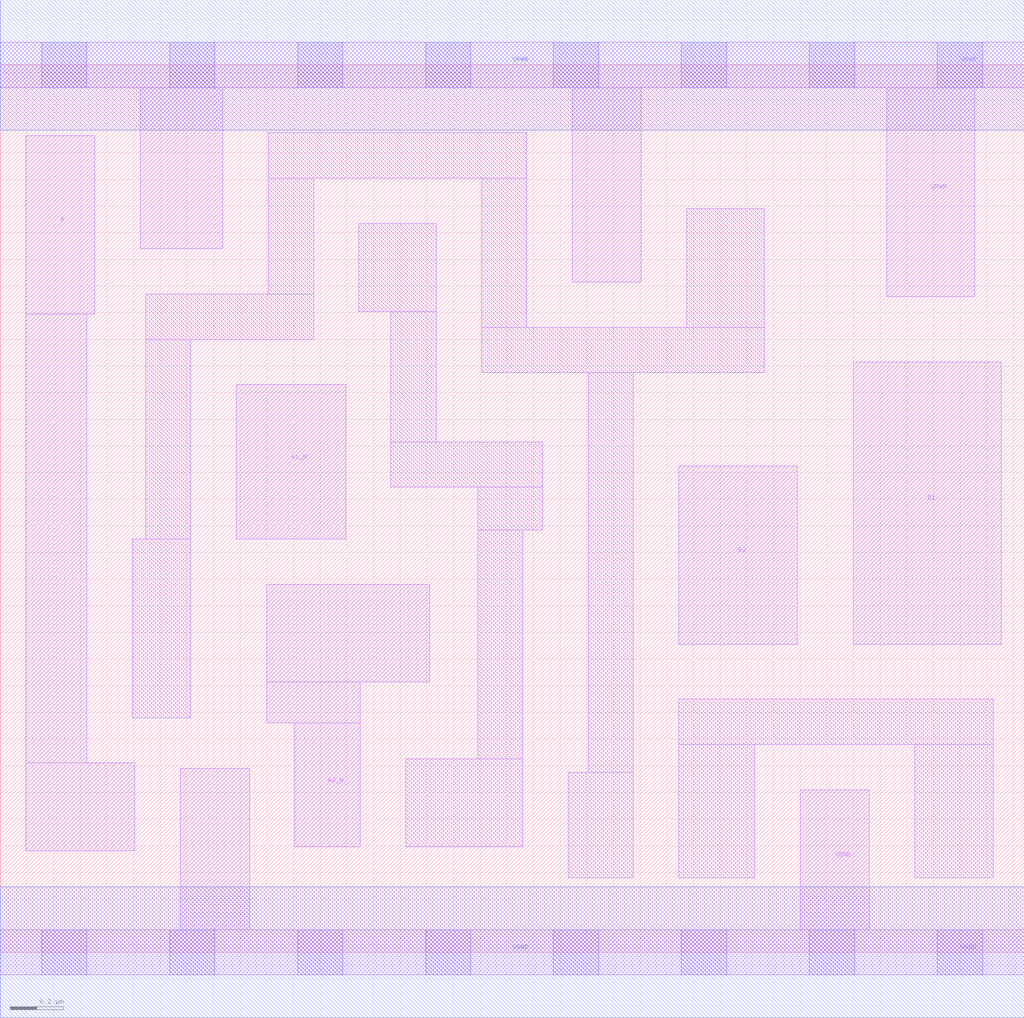
<source format=lef>
# Copyright 2020 The SkyWater PDK Authors
#
# Licensed under the Apache License, Version 2.0 (the "License");
# you may not use this file except in compliance with the License.
# You may obtain a copy of the License at
#
#     https://www.apache.org/licenses/LICENSE-2.0
#
# Unless required by applicable law or agreed to in writing, software
# distributed under the License is distributed on an "AS IS" BASIS,
# WITHOUT WARRANTIES OR CONDITIONS OF ANY KIND, either express or implied.
# See the License for the specific language governing permissions and
# limitations under the License.
#
# SPDX-License-Identifier: Apache-2.0

VERSION 5.7 ;
  NAMESCASESENSITIVE ON ;
  NOWIREEXTENSIONATPIN ON ;
  DIVIDERCHAR "/" ;
  BUSBITCHARS "[]" ;
UNITS
  DATABASE MICRONS 200 ;
END UNITS
MACRO sky130_fd_sc_lp__o2bb2a_0
  CLASS CORE ;
  SOURCE USER ;
  FOREIGN sky130_fd_sc_lp__o2bb2a_0 ;
  ORIGIN  0.000000  0.000000 ;
  SIZE  3.840000 BY  3.330000 ;
  SYMMETRY X Y R90 ;
  SITE unit ;
  PIN A1_N
    ANTENNAGATEAREA  0.126000 ;
    DIRECTION INPUT ;
    USE SIGNAL ;
    PORT
      LAYER li1 ;
        RECT 0.885000 1.550000 1.295000 2.130000 ;
    END
  END A1_N
  PIN A2_N
    ANTENNAGATEAREA  0.126000 ;
    DIRECTION INPUT ;
    USE SIGNAL ;
    PORT
      LAYER li1 ;
        RECT 1.000000 0.860000 1.350000 1.015000 ;
        RECT 1.000000 1.015000 1.610000 1.380000 ;
        RECT 1.105000 0.395000 1.350000 0.860000 ;
    END
  END A2_N
  PIN B1
    ANTENNAGATEAREA  0.126000 ;
    DIRECTION INPUT ;
    USE SIGNAL ;
    PORT
      LAYER li1 ;
        RECT 3.200000 1.155000 3.755000 2.215000 ;
    END
  END B1
  PIN B2
    ANTENNAGATEAREA  0.126000 ;
    DIRECTION INPUT ;
    USE SIGNAL ;
    PORT
      LAYER li1 ;
        RECT 2.545000 1.155000 2.990000 1.825000 ;
    END
  END B2
  PIN X
    ANTENNADIFFAREA  0.280900 ;
    DIRECTION OUTPUT ;
    USE SIGNAL ;
    PORT
      LAYER li1 ;
        RECT 0.095000 0.380000 0.505000 0.710000 ;
        RECT 0.095000 0.710000 0.325000 2.395000 ;
        RECT 0.095000 2.395000 0.355000 3.065000 ;
    END
  END X
  PIN VGND
    DIRECTION INOUT ;
    USE GROUND ;
    PORT
      LAYER li1 ;
        RECT 0.000000 -0.085000 3.840000 0.085000 ;
        RECT 0.675000  0.085000 0.935000 0.690000 ;
        RECT 3.000000  0.085000 3.260000 0.610000 ;
      LAYER mcon ;
        RECT 0.155000 -0.085000 0.325000 0.085000 ;
        RECT 0.635000 -0.085000 0.805000 0.085000 ;
        RECT 1.115000 -0.085000 1.285000 0.085000 ;
        RECT 1.595000 -0.085000 1.765000 0.085000 ;
        RECT 2.075000 -0.085000 2.245000 0.085000 ;
        RECT 2.555000 -0.085000 2.725000 0.085000 ;
        RECT 3.035000 -0.085000 3.205000 0.085000 ;
        RECT 3.515000 -0.085000 3.685000 0.085000 ;
      LAYER met1 ;
        RECT 0.000000 -0.245000 3.840000 0.245000 ;
    END
  END VGND
  PIN VPWR
    DIRECTION INOUT ;
    USE POWER ;
    PORT
      LAYER li1 ;
        RECT 0.000000 3.245000 3.840000 3.415000 ;
        RECT 0.525000 2.640000 0.835000 3.245000 ;
        RECT 2.145000 2.515000 2.405000 3.245000 ;
        RECT 3.325000 2.460000 3.655000 3.245000 ;
      LAYER mcon ;
        RECT 0.155000 3.245000 0.325000 3.415000 ;
        RECT 0.635000 3.245000 0.805000 3.415000 ;
        RECT 1.115000 3.245000 1.285000 3.415000 ;
        RECT 1.595000 3.245000 1.765000 3.415000 ;
        RECT 2.075000 3.245000 2.245000 3.415000 ;
        RECT 2.555000 3.245000 2.725000 3.415000 ;
        RECT 3.035000 3.245000 3.205000 3.415000 ;
        RECT 3.515000 3.245000 3.685000 3.415000 ;
      LAYER met1 ;
        RECT 0.000000 3.085000 3.840000 3.575000 ;
    END
  END VPWR
  OBS
    LAYER li1 ;
      RECT 0.495000 0.880000 0.715000 1.550000 ;
      RECT 0.545000 1.550000 0.715000 2.300000 ;
      RECT 0.545000 2.300000 1.175000 2.470000 ;
      RECT 1.005000 2.470000 1.175000 2.905000 ;
      RECT 1.005000 2.905000 1.975000 3.075000 ;
      RECT 1.345000 2.405000 1.635000 2.735000 ;
      RECT 1.465000 1.745000 2.035000 1.915000 ;
      RECT 1.465000 1.915000 1.635000 2.405000 ;
      RECT 1.520000 0.395000 1.960000 0.725000 ;
      RECT 1.790000 0.725000 1.960000 1.585000 ;
      RECT 1.790000 1.585000 2.035000 1.745000 ;
      RECT 1.805000 2.175000 2.865000 2.345000 ;
      RECT 1.805000 2.345000 1.975000 2.905000 ;
      RECT 2.130000 0.280000 2.375000 0.675000 ;
      RECT 2.205000 0.675000 2.375000 2.175000 ;
      RECT 2.545000 0.280000 2.830000 0.780000 ;
      RECT 2.545000 0.780000 3.725000 0.950000 ;
      RECT 2.575000 2.345000 2.865000 2.790000 ;
      RECT 3.430000 0.280000 3.725000 0.780000 ;
  END
END sky130_fd_sc_lp__o2bb2a_0

</source>
